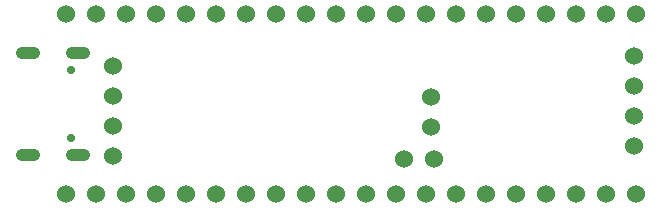
<source format=gbs>
G04 #@! TF.GenerationSoftware,KiCad,Pcbnew,(6.0.7-1)-1*
G04 #@! TF.CreationDate,2022-09-08T10:24:50-04:00*
G04 #@! TF.ProjectId,F405_pill,46343035-5f70-4696-9c6c-2e6b69636164,rev?*
G04 #@! TF.SameCoordinates,Original*
G04 #@! TF.FileFunction,Soldermask,Bot*
G04 #@! TF.FilePolarity,Negative*
%FSLAX46Y46*%
G04 Gerber Fmt 4.6, Leading zero omitted, Abs format (unit mm)*
G04 Created by KiCad (PCBNEW (6.0.7-1)-1) date 2022-09-08 10:24:50*
%MOMM*%
%LPD*%
G01*
G04 APERTURE LIST*
%ADD10C,1.524000*%
%ADD11C,0.700000*%
%ADD12O,2.100000X1.050000*%
G04 APERTURE END LIST*
D10*
X146982000Y-88222000D03*
X146982000Y-85682000D03*
X146982000Y-83142000D03*
X146982000Y-80602000D03*
X129800000Y-84130000D03*
X129800000Y-86670000D03*
X130070000Y-89300000D03*
X127530000Y-89300000D03*
X147147000Y-77057000D03*
X144607000Y-77057000D03*
X142067000Y-77057000D03*
X139527000Y-77057000D03*
X136987000Y-77057000D03*
X134447000Y-77057000D03*
X131907000Y-77057000D03*
X129367000Y-77057000D03*
X126827000Y-77057000D03*
X124287000Y-77057000D03*
X121747000Y-77057000D03*
X119207000Y-77057000D03*
X116667000Y-77057000D03*
X114127000Y-77057000D03*
X111587000Y-77057000D03*
X109047000Y-77057000D03*
X106507000Y-77057000D03*
X103967000Y-77057000D03*
X101427000Y-77057000D03*
X98887000Y-77057000D03*
X98887000Y-92297000D03*
X101427000Y-92297000D03*
X103967000Y-92297000D03*
X106507000Y-92297000D03*
X109047000Y-92297000D03*
X111587000Y-92297000D03*
X114103395Y-92306993D03*
X116667000Y-92297000D03*
X119207000Y-92297000D03*
X121747000Y-92297000D03*
X124287000Y-92297000D03*
X126827000Y-92297000D03*
X129367000Y-92297000D03*
X131907000Y-92297000D03*
X134447000Y-92297000D03*
X136987000Y-92297000D03*
X139527000Y-92297000D03*
X142067000Y-92297000D03*
X144607000Y-92297000D03*
X147147000Y-92297000D03*
X102882000Y-81502000D03*
X102882000Y-84042000D03*
X102882000Y-86582000D03*
X102882000Y-89122000D03*
D11*
X99332000Y-87602000D03*
X99332000Y-81822000D03*
D12*
X99862000Y-80392000D03*
X99862000Y-89032000D03*
X95682000Y-80392000D03*
X95682000Y-89032000D03*
M02*

</source>
